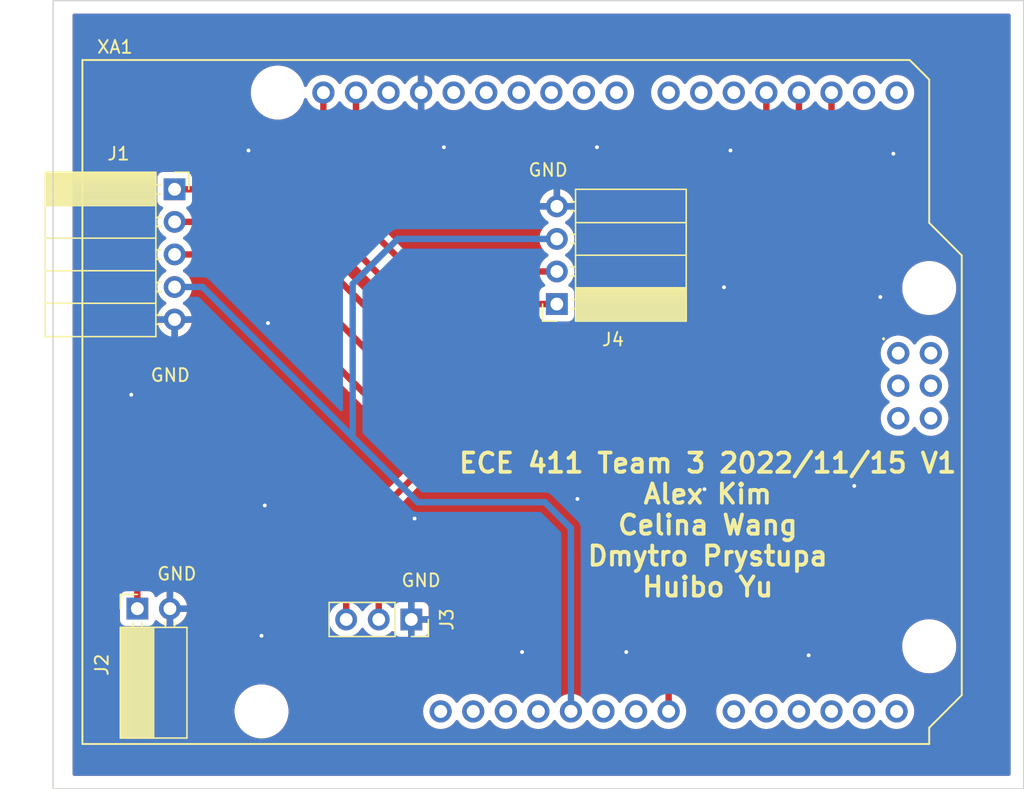
<source format=kicad_pcb>
(kicad_pcb (version 20211014) (generator pcbnew)
  (layers (0 "F.Cu" signal) (31 "B.Cu" signal) (34 "B.Paste" user) (35 "F.Paste" user) (36 "B.SilkS" user "B.Silkscreen") (37 "F.SilkS" user "F.Silkscreen") (38 "B.Mask" user) (39 "F.Mask" user) (44 "Edge.Cuts" user))
  (net 0 "")
  (net 1 "GND")
  (net 2 "Net-(J1-Pad4)")
  (net 3 "Net-(J1-Pad1)")
  (net 4 "Net-(J1-Pad2)")
  (net 5 "Net-(J1-Pad3)")
  (net 6 "Net-(J2-Pad1)")
  (net 36 "Net-(J3-Pad2)")
  (net 37 "Net-(J4-Pad1)")
  (net 38 "Net-(J4-Pad2)")
  (footprint "Connector_PinSocket_2.54mm:PinSocket_1x05_P2.54mm_Horizontal" (layer "F.Cu") (at 115.652 68.052)
    (fp_text reference "J1" (at -4.38 -2.77) (layer "F.SilkS"))
    (fp_text value "Rotary Encoder")
    (fp_line (start -10.09 0.67952) (end -1.46 0.67952) (layer "F.SilkS") (width 0.12))
    (fp_line (start 1.11 -1.33) (end 1.11 0) (layer "F.SilkS") (width 0.12))
    (fp_line (start -1.46 9.8) (end -1.05 9.8) (layer "F.SilkS") (width 0.12))
    (fp_line (start -10.09 0.20714) (end -1.46 0.20714) (layer "F.SilkS") (width 0.12))
    (fp_line (start -10.09 -1.33) (end -10.09 11.49) (layer "F.SilkS") (width 0.12))
    (fp_line (start -10.09 -0.147145) (end -1.46 -0.147145) (layer "F.SilkS") (width 0.12))
    (fp_line (start -10.09 6.35) (end -1.46 6.35) (layer "F.SilkS") (width 0.12))
    (fp_line (start -1.46 7.26) (end -1.05 7.26) (layer "F.SilkS") (width 0.12))
    (fp_line (start -10.09 -0.02905) (end -1.46 -0.02905) (layer "F.SilkS") (width 0.12))
    (fp_line (start -1.46 2.18) (end -1.05 2.18) (layer "F.SilkS") (width 0.12))
    (fp_line (start -10.09 1.1519) (end -1.46 1.1519) (layer "F.SilkS") (width 0.12))
    (fp_line (start 0 -1.33) (end 1.11 -1.33) (layer "F.SilkS") (width 0.12))
    (fp_line (start -10.09 0.325235) (end -1.46 0.325235) (layer "F.SilkS") (width 0.12))
    (fp_line (start -10.09 -1.33) (end -1.46 -1.33) (layer "F.SilkS") (width 0.12))
    (fp_line (start -10.09 -1.091905) (end -1.46 -1.091905) (layer "F.SilkS") (width 0.12))
    (fp_line (start -10.09 1.033805) (end -1.46 1.033805) (layer "F.SilkS") (width 0.12))
    (fp_line (start -10.09 3.81) (end -1.46 3.81) (layer "F.SilkS") (width 0.12))
    (fp_line (start -1.46 4.72) (end -1.05 4.72) (layer "F.SilkS") (width 0.12))
    (fp_line (start -1.46 10.52) (end -1.05 10.52) (layer "F.SilkS") (width 0.12))
    (fp_line (start -1.46 2.9) (end -1.05 2.9) (layer "F.SilkS") (width 0.12))
    (fp_line (start -10.09 0.44333) (end -1.46 0.44333) (layer "F.SilkS") (width 0.12))
    (fp_line (start -10.09 8.89) (end -1.46 8.89) (layer "F.SilkS") (width 0.12))
    (fp_line (start -10.09 -0.73762) (end -1.46 -0.73762) (layer "F.SilkS") (width 0.12))
    (fp_line (start -10.09 -0.26524) (end -1.46 -0.26524) (layer "F.SilkS") (width 0.12))
    (fp_line (start -10.09 0.089045) (end -1.46 0.089045) (layer "F.SilkS") (width 0.12))
    (fp_line (start -10.09 -0.383335) (end -1.46 -0.383335) (layer "F.SilkS") (width 0.12))
    (fp_line (start -1.46 -0.36) (end -1.11 -0.36) (layer "F.SilkS") (width 0.12))
    (fp_line (start -10.09 1.27) (end -1.46 1.27) (layer "F.SilkS") (width 0.12))
    (fp_line (start -1.46 -1.33) (end -1.46 11.49) (layer "F.SilkS") (width 0.12))
    (fp_line (start -10.09 -1.21) (end -1.46 -1.21) (layer "F.SilkS") (width 0.12))
    (fp_line (start -1.46 0.36) (end -1.11 0.36) (layer "F.SilkS") (width 0.12))
    (fp_line (start -1.46 7.98) (end -1.05 7.98) (layer "F.SilkS") (width 0.12))
    (fp_line (start -10.09 -0.50143) (end -1.46 -0.50143) (layer "F.SilkS") (width 0.12))
    (fp_line (start -10.09 -0.97381) (end -1.46 -0.97381) (layer "F.SilkS") (width 0.12))
    (fp_line (start -1.46 5.44) (end -1.05 5.44) (layer "F.SilkS") (width 0.12))
    (fp_line (start -10.09 -0.619525) (end -1.46 -0.619525) (layer "F.SilkS") (width 0.12))
    (fp_line (start -10.09 0.561425) (end -1.46 0.561425) (layer "F.SilkS") (width 0.12))
    (fp_line (start -10.09 11.49) (end -1.46 11.49) (layer "F.SilkS") (width 0.12))
    (fp_line (start -10.09 -0.855715) (end -1.46 -0.855715) (layer "F.SilkS") (width 0.12))
    (fp_line (start -10.09 0.797615) (end -1.46 0.797615) (layer "F.SilkS") (width 0.12))
    (fp_line (start -10.09 0.91571) (end -1.46 0.91571) (layer "F.SilkS") (width 0.12))
    (pad "1" thru_hole rect (at 0 0) (size 1.7 1.7) (drill 1) (layers *.Cu *.Mask) (net 3 "Net-(J1-Pad1)"))
    (pad "2" thru_hole oval (at 0 2.54) (size 1.7 1.7) (drill 1) (layers *.Cu *.Mask) (net 4 "Net-(J1-Pad2)"))
    (pad "3" thru_hole oval (at 0 5.08) (size 1.7 1.7) (drill 1) (layers *.Cu *.Mask) (net 5 "Net-(J1-Pad3)"))
    (pad "4" thru_hole oval (at 0 7.62) (size 1.7 1.7) (drill 1) (layers *.Cu *.Mask) (net 2 "Net-(J1-Pad4)"))
    (pad "5" thru_hole oval (at 0 10.16) (size 1.7 1.7) (drill 1) (layers *.Cu *.Mask) (net 1 "GND"))
  )
  (footprint "Connector_PinSocket_2.54mm:PinSocket_1x04_P2.54mm_Horizontal" (layer "F.Cu") (at 145.46 77.002 180)
    (fp_text reference "J4" (at -4.38 -2.77) (layer "F.SilkS"))
    (fp_text value "LCD_I2C")
    (fp_line (start -10.09 1.27) (end -1.46 1.27) (layer "F.SilkS") (width 0.12))
    (fp_line (start -10.09 0.67952) (end -1.46 0.67952) (layer "F.SilkS") (width 0.12))
    (fp_line (start -10.09 -0.26524) (end -1.46 -0.26524) (layer "F.SilkS") (width 0.12))
    (fp_line (start -10.09 0.089045) (end -1.46 0.089045) (layer "F.SilkS") (width 0.12))
    (fp_line (start -10.09 1.1519) (end -1.46 1.1519) (layer "F.SilkS") (width 0.12))
    (fp_line (start -1.46 7.26) (end -1.05 7.26) (layer "F.SilkS") (width 0.12))
    (fp_line (start -10.09 -0.619525) (end -1.46 -0.619525) (layer "F.SilkS") (width 0.12))
    (fp_line (start -10.09 0.91571) (end -1.46 0.91571) (layer "F.SilkS") (width 0.12))
    (fp_line (start -10.09 -1.33) (end -10.09 8.95) (layer "F.SilkS") (width 0.12))
    (fp_line (start -10.09 1.033805) (end -1.46 1.033805) (layer "F.SilkS") (width 0.12))
    (fp_line (start -1.46 2.18) (end -1.05 2.18) (layer "F.SilkS") (width 0.12))
    (fp_line (start -1.46 7.98) (end -1.05 7.98) (layer "F.SilkS") (width 0.12))
    (fp_line (start -1.46 -1.33) (end -1.46 8.95) (layer "F.SilkS") (width 0.12))
    (fp_line (start -10.09 -0.50143) (end -1.46 -0.50143) (layer "F.SilkS") (width 0.12))
    (fp_line (start -10.09 0.20714) (end -1.46 0.20714) (layer "F.SilkS") (width 0.12))
    (fp_line (start -10.09 -0.02905) (end -1.46 -0.02905) (layer "F.SilkS") (width 0.12))
    (fp_line (start -1.46 -0.36) (end -1.11 -0.36) (layer "F.SilkS") (width 0.12))
    (fp_line (start -1.46 0.36) (end -1.11 0.36) (layer "F.SilkS") (width 0.12))
    (fp_line (start -1.46 4.72) (end -1.05 4.72) (layer "F.SilkS") (width 0.12))
    (fp_line (start -10.09 -0.383335) (end -1.46 -0.383335) (layer "F.SilkS") (width 0.12))
    (fp_line (start -10.09 -0.73762) (end -1.46 -0.73762) (layer "F.SilkS") (width 0.12))
    (fp_line (start -1.46 5.44) (end -1.05 5.44) (layer "F.SilkS") (width 0.12))
    (fp_line (start 0 -1.33) (end 1.11 -1.33) (layer "F.SilkS") (width 0.12))
    (fp_line (start -10.09 0.797615) (end -1.46 0.797615) (layer "F.SilkS") (width 0.12))
    (fp_line (start -10.09 6.35) (end -1.46 6.35) (layer "F.SilkS") (width 0.12))
    (fp_line (start -10.09 -0.855715) (end -1.46 -0.855715) (layer "F.SilkS") (width 0.12))
    (fp_line (start -1.46 2.9) (end -1.05 2.9) (layer "F.SilkS") (width 0.12))
    (fp_line (start -10.09 -1.33) (end -1.46 -1.33) (layer "F.SilkS") (width 0.12))
    (fp_line (start -10.09 8.95) (end -1.46 8.95) (layer "F.SilkS") (width 0.12))
    (fp_line (start -10.09 -0.147145) (end -1.46 -0.147145) (layer "F.SilkS") (width 0.12))
    (fp_line (start -10.09 0.561425) (end -1.46 0.561425) (layer "F.SilkS") (width 0.12))
    (fp_line (start -10.09 -0.97381) (end -1.46 -0.97381) (layer "F.SilkS") (width 0.12))
    (fp_line (start -10.09 3.81) (end -1.46 3.81) (layer "F.SilkS") (width 0.12))
    (fp_line (start -10.09 -1.21) (end -1.46 -1.21) (layer "F.SilkS") (width 0.12))
    (fp_line (start 1.11 -1.33) (end 1.11 0) (layer "F.SilkS") (width 0.12))
    (fp_line (start -10.09 0.325235) (end -1.46 0.325235) (layer "F.SilkS") (width 0.12))
    (fp_line (start -10.09 -1.091905) (end -1.46 -1.091905) (layer "F.SilkS") (width 0.12))
    (fp_line (start -10.09 0.44333) (end -1.46 0.44333) (layer "F.SilkS") (width 0.12))
    (pad "1" thru_hole rect (at 0 0 180) (size 1.7 1.7) (drill 1) (layers *.Cu *.Mask) (net 37 "Net-(J4-Pad1)"))
    (pad "2" thru_hole oval (at 0 2.54 180) (size 1.7 1.7) (drill 1) (layers *.Cu *.Mask) (net 38 "Net-(J4-Pad2)"))
    (pad "3" thru_hole oval (at 0 5.08 180) (size 1.7 1.7) (drill 1) (layers *.Cu *.Mask) (net 2 "Net-(J1-Pad4)"))
    (pad "4" thru_hole oval (at 0 7.62 180) (size 1.7 1.7) (drill 1) (layers *.Cu *.Mask) (net 1 "GND"))
  )
  (footprint "Connector_PinSocket_2.54mm:PinSocket_1x03_P2.54mm_Vertical" (layer "F.Cu") (at 134.112 101.6 -90)
    (fp_text reference "J3" (at 0 -2.77 90) (layer "F.SilkS"))
    (fp_text value "Switch")
    (fp_line (start 0 -1.33) (end 1.33 -1.33) (layer "F.SilkS") (width 0.12))
    (fp_line (start 1.33 -1.33) (end 1.33 0) (layer "F.SilkS") (width 0.12))
    (fp_line (start -1.33 1.27) (end 1.33 1.27) (layer "F.SilkS") (width 0.12))
    (fp_line (start 1.33 1.27) (end 1.33 6.41) (layer "F.SilkS") (width 0.12))
    (fp_line (start -1.33 6.41) (end 1.33 6.41) (layer "F.SilkS") (width 0.12))
    (fp_line (start -1.33 1.27) (end -1.33 6.41) (layer "F.SilkS") (width 0.12))
    (pad "1" thru_hole rect (at 0 0 270) (size 1.7 1.7) (drill 1) (layers *.Cu *.Mask) (net 1 "GND"))
    (pad "2" thru_hole oval (at 0 2.54 270) (size 1.7 1.7) (drill 1) (layers *.Cu *.Mask) (net 36 "Net-(J3-Pad2)"))
    (pad "3" thru_hole oval (at 0 5.08 270) (size 1.7 1.7) (drill 1) (layers *.Cu *.Mask) (net 6 "Net-(J2-Pad1)"))
  )
  (footprint "Connector_PinSocket_2.54mm:PinSocket_1x02_P2.54mm_Horizontal" (layer "F.Cu") (at 112.746 100.756 90)
    (fp_text reference "J2" (at -4.38 -2.77 90) (layer "F.SilkS"))
    (fp_text value "Power")
    (fp_line (start -10.09 -0.97381) (end -1.46 -0.97381) (layer "F.SilkS") (width 0.12))
    (fp_line (start -10.09 0.20714) (end -1.46 0.20714) (layer "F.SilkS") (width 0.12))
    (fp_line (start -10.09 -1.33) (end -10.09 3.87) (layer "F.SilkS") (width 0.12))
    (fp_line (start -1.46 -1.33) (end -1.46 3.87) (layer "F.SilkS") (width 0.12))
    (fp_line (start -10.09 0.797615) (end -1.46 0.797615) (layer "F.SilkS") (width 0.12))
    (fp_line (start -1.46 2.9) (end -1.05 2.9) (layer "F.SilkS") (width 0.12))
    (fp_line (start -10.09 -0.02905) (end -1.46 -0.02905) (layer "F.SilkS") (width 0.12))
    (fp_line (start -10.09 0.67952) (end -1.46 0.67952) (layer "F.SilkS") (width 0.12))
    (fp_line (start -10.09 -0.147145) (end -1.46 -0.147145) (layer "F.SilkS") (width 0.12))
    (fp_line (start -10.09 0.561425) (end -1.46 0.561425) (layer "F.SilkS") (width 0.12))
    (fp_line (start -10.09 1.033805) (end -1.46 1.033805) (layer "F.SilkS") (width 0.12))
    (fp_line (start -10.09 -0.26524) (end -1.46 -0.26524) (layer "F.SilkS") (width 0.12))
    (fp_line (start -10.09 3.87) (end -1.46 3.87) (layer "F.SilkS") (width 0.12))
    (fp_line (start -10.09 0.089045) (end -1.46 0.089045) (layer "F.SilkS") (width 0.12))
    (fp_line (start -1.46 -0.36) (end -1.11 -0.36) (layer "F.SilkS") (width 0.12))
    (fp_line (start -10.09 1.1519) (end -1.46 1.1519) (layer "F.SilkS") (width 0.12))
    (fp_line (start -10.09 -1.33) (end -1.46 -1.33) (layer "F.SilkS") (width 0.12))
    (fp_line (start -10.09 -0.383335) (end -1.46 -0.383335) (layer "F.SilkS") (width 0.12))
    (fp_line (start -1.46 2.18) (end -1.05 2.18) (layer "F.SilkS") (width 0.12))
    (fp_line (start -10.09 -0.73762) (end -1.46 -0.73762) (layer "F.SilkS") (width 0.12))
    (fp_line (start -10.09 1.27) (end -1.46 1.27) (layer "F.SilkS") (width 0.12))
    (fp_line (start -10.09 -0.855715) (end -1.46 -0.855715) (layer "F.SilkS") (width 0.12))
    (fp_line (start 1.11 -1.33) (end 1.11 0) (layer "F.SilkS") (width 0.12))
    (fp_line (start -10.09 0.44333) (end -1.46 0.44333) (layer "F.SilkS") (width 0.12))
    (fp_line (start -10.09 0.91571) (end -1.46 0.91571) (layer "F.SilkS") (width 0.12))
    (fp_line (start -10.09 -1.21) (end -1.46 -1.21) (layer "F.SilkS") (width 0.12))
    (fp_line (start 0 -1.33) (end 1.11 -1.33) (layer "F.SilkS") (width 0.12))
    (fp_line (start -10.09 -1.091905) (end -1.46 -1.091905) (layer "F.SilkS") (width 0.12))
    (fp_line (start -10.09 -0.619525) (end -1.46 -0.619525) (layer "F.SilkS") (width 0.12))
    (fp_line (start -1.46 0.36) (end -1.11 0.36) (layer "F.SilkS") (width 0.12))
    (fp_line (start -10.09 0.325235) (end -1.46 0.325235) (layer "F.SilkS") (width 0.12))
    (fp_line (start -10.09 -0.50143) (end -1.46 -0.50143) (layer "F.SilkS") (width 0.12))
    (pad "1" thru_hole rect (at 0 0 90) (size 1.7 1.7) (drill 1) (layers *.Cu *.Mask) (net 6 "Net-(J2-Pad1)"))
    (pad "2" thru_hole oval (at 0 2.54 90) (size 1.7 1.7) (drill 1) (layers *.Cu *.Mask) (net 1 "GND"))
  )
  (footprint "Arduino:Arduino_Uno_Shield" (layer "F.Cu") (at 108.46 111.31)
    (fp_text reference "XA1" (at 2.54 -54.356) (layer "F.SilkS"))
    (fp_text value "Arduino_Uno_Shield")
    (fp_text user "." (at 62.484 -32.004) (layer "F.SilkS"))
    (fp_line (start 0 0) (end 66.04 0) (layer "F.SilkS") (width 0.15))
    (fp_line (start 0 -53.34) (end 0 0) (layer "F.SilkS") (width 0.15))
    (fp_line (start 66.04 -1.27) (end 68.58 -3.81) (layer "F.SilkS") (width 0.15))
    (fp_line (start 0 -53.34) (end 64.516 -53.34) (layer "F.SilkS") (width 0.15))
    (fp_line (start 64.516 -53.34) (end 66.04 -51.816) (layer "F.SilkS") (width 0.15))
    (fp_line (start 68.58 -3.81) (end 68.58 -38.1) (layer "F.SilkS") (width 0.15))
    (fp_line (start 66.04 -40.64) (end 66.04 -51.816) (layer "F.SilkS") (width 0.15))
    (fp_line (start 68.58 -38.1) (end 66.04 -40.64) (layer "F.SilkS") (width 0.15))
    (fp_line (start 66.04 0) (end 66.04 -1.27) (layer "F.SilkS") (width 0.15))
    (pad "" np_thru_hole circle (at 13.97 -2.54) (size 3.2 3.2) (drill 3.2) (layers *.Cu *.Mask))
    (pad "" np_thru_hole circle (at 66.04 -7.62) (size 3.2 3.2) (drill 3.2) (layers *.Cu *.Mask))
    (pad "" np_thru_hole circle (at 15.24 -50.8) (size 3.2 3.2) (drill 3.2) (layers *.Cu *.Mask))
    (pad "" np_thru_hole circle (at 66.04 -35.56) (size 3.2 3.2) (drill 3.2) (layers *.Cu *.Mask))
    (pad "" thru_hole oval (at 27.94 -2.54) (size 1.7272 1.7272) (drill 1.016) (layers *.Cu *.Mask))
    (pad "3V3" thru_hole oval (at 35.56 -2.54) (size 1.7272 1.7272) (drill 1.016) (layers *.Cu *.Mask))
    (pad "5V1" thru_hole oval (at 38.1 -2.54) (size 1.7272 1.7272) (drill 1.016) (layers *.Cu *.Mask) (net 2 "Net-(J1-Pad4)"))
    (pad "5V2" thru_hole oval (at 66.167 -30.48) (size 1.7272 1.7272) (drill 1.016) (layers *.Cu *.Mask))
    (pad "A0" thru_hole oval (at 50.8 -2.54) (size 1.7272 1.7272) (drill 1.016) (layers *.Cu *.Mask))
    (pad "A1" thru_hole oval (at 53.34 -2.54) (size 1.7272 1.7272) (drill 1.016) (layers *.Cu *.Mask))
    (pad "A2" thru_hole oval (at 55.88 -2.54) (size 1.7272 1.7272) (drill 1.016) (layers *.Cu *.Mask))
    (pad "A3" thru_hole oval (at 58.42 -2.54) (size 1.7272 1.7272) (drill 1.016) (layers *.Cu *.Mask))
    (pad "A4" thru_hole oval (at 60.96 -2.54) (size 1.7272 1.7272) (drill 1.016) (layers *.Cu *.Mask))
    (pad "A5" thru_hole oval (at 63.5 -2.54) (size 1.7272 1.7272) (drill 1.016) (layers *.Cu *.Mask))
    (pad "AREF" thru_hole oval (at 23.876 -50.8) (size 1.7272 1.7272) (drill 1.016) (layers *.Cu *.Mask))
    (pad "D0" thru_hole oval (at 63.5 -50.8) (size 1.7272 1.7272) (drill 1.016) (layers *.Cu *.Mask))
    (pad "D1" thru_hole oval (at 60.96 -50.8) (size 1.7272 1.7272) (drill 1.016) (layers *.Cu *.Mask))
    (pad "D2" thru_hole oval (at 58.42 -50.8) (size 1.7272 1.7272) (drill 1.016) (layers *.Cu *.Mask) (net 5 "Net-(J1-Pad3)"))
    (pad "D3" thru_hole oval (at 55.88 -50.8) (size 1.7272 1.7272) (drill 1.016) (layers *.Cu *.Mask) (net 4 "Net-(J1-Pad2)"))
    (pad "D4" thru_hole oval (at 53.34 -50.8) (size 1.7272 1.7272) (drill 1.016) (layers *.Cu *.Mask) (net 3 "Net-(J1-Pad1)"))
    (pad "D5" thru_hole oval (at 50.8 -50.8) (size 1.7272 1.7272) (drill 1.016) (layers *.Cu *.Mask))
    (pad "D6" thru_hole oval (at 48.26 -50.8) (size 1.7272 1.7272) (drill 1.016) (layers *.Cu *.Mask))
    (pad "D7" thru_hole oval (at 45.72 -50.8) (size 1.7272 1.7272) (drill 1.016) (layers *.Cu *.Mask))
    (pad "D8" thru_hole oval (at 41.656 -50.8) (size 1.7272 1.7272) (drill 1.016) (layers *.Cu *.Mask))
    (pad "D9" thru_hole oval (at 39.116 -50.8) (size 1.7272 1.7272) (drill 1.016) (layers *.Cu *.Mask))
    (pad "D10" thru_hole oval (at 36.576 -50.8) (size 1.7272 1.7272) (drill 1.016) (layers *.Cu *.Mask))
    (pad "D11" thru_hole oval (at 34.036 -50.8) (size 1.7272 1.7272) (drill 1.016) (layers *.Cu *.Mask))
    (pad "D12" thru_hole oval (at 31.496 -50.8) (size 1.7272 1.7272) (drill 1.016) (layers *.Cu *.Mask))
    (pad "D13" thru_hole oval (at 28.956 -50.8) (size 1.7272 1.7272) (drill 1.016) (layers *.Cu *.Mask))
    (pad "GND1" thru_hole oval (at 26.416 -50.8) (size 1.7272 1.7272) (drill 1.016) (layers *.Cu *.Mask) (net 1 "GND"))
    (pad "GND2" thru_hole oval (at 40.64 -2.54) (size 1.7272 1.7272) (drill 1.016) (layers *.Cu *.Mask))
    (pad "GND3" thru_hole oval (at 43.18 -2.54) (size 1.7272 1.7272) (drill 1.016) (layers *.Cu *.Mask))
    (pad "GND4" thru_hole oval (at 66.167 -25.4) (size 1.7272 1.7272) (drill 1.016) (layers *.Cu *.Mask))
    (pad "IORF" thru_hole oval (at 30.48 -2.54) (size 1.7272 1.7272) (drill 1.016) (layers *.Cu *.Mask))
    (pad "MISO" thru_hole oval (at 63.627 -30.48) (size 1.7272 1.7272) (drill 1.016) (layers *.Cu *.Mask))
    (pad "MOSI" thru_hole oval (at 66.167 -27.94) (size 1.7272 1.7272) (drill 1.016) (layers *.Cu *.Mask))
    (pad "RST1" thru_hole oval (at 33.02 -2.54) (size 1.7272 1.7272) (drill 1.016) (layers *.Cu *.Mask))
    (pad "RST2" thru_hole oval (at 63.627 -25.4) (size 1.7272 1.7272) (drill 1.016) (layers *.Cu *.Mask))
    (pad "SCK" thru_hole oval (at 63.627 -27.94) (size 1.7272 1.7272) (drill 1.016) (layers *.Cu *.Mask))
    (pad "SCL" thru_hole oval (at 18.796 -50.8) (size 1.7272 1.7272) (drill 1.016) (layers *.Cu *.Mask) (net 37 "Net-(J4-Pad1)"))
    (pad "SDA" thru_hole oval (at 21.336 -50.8) (size 1.7272 1.7272) (drill 1.016) (layers *.Cu *.Mask) (net 38 "Net-(J4-Pad2)"))
    (pad "VIN" thru_hole oval (at 45.72 -2.54) (size 1.7272 1.7272) (drill 1.016) (layers *.Cu *.Mask) (net 36 "Net-(J3-Pad2)"))
  )
  (gr_rect (start 106.172 53.34) (end 181.864 114.808) (layer "Edge.Cuts") (width 0.1) (fill none))
  (gr_text "GND" (at 115.316 82.55) (layer "F.SilkS") (effects (font (size 1 1))))
  (gr_text "GND" (at 144.78 66.548) (layer "F.SilkS") (effects (font (size 1 1))))
  (gr_text "GND" (at 115.824 98.044) (layer "F.SilkS") (effects (font (size 1 1))))
  (gr_text "ECE 411 Team 3 2022/11/15 V1\nAlex Kim\nCelina Wang\nDmytro Prystupa\nHuibo Yu" (at 157.226 94.234) (layer "F.SilkS") (effects (font (size 1.5 1.5) (thickness 0.3))))
  (gr_text "GND" (at 134.874 98.552) (layer "F.SilkS") (effects (font (size 1 1))))
  (via (at 122.428 102.87) (size 0.7) (drill 0.3) (layers "F.Cu" "B.Cu") (net 1))
  (via (at 159.004 65.024) (size 0.7) (drill 0.3) (layers "F.Cu" "B.Cu") (net 1))
  (via (at 122.936 78.486) (size 0.7) (drill 0.3) (layers "F.Cu" "B.Cu") (net 1))
  (via (at 158.496 75.692) (size 0.7) (drill 0.3) (layers "F.Cu" "B.Cu") (net 1))
  (via (at 168.656 91.186) (size 0.7) (drill 0.3) (layers "F.Cu" "B.Cu") (net 1))
  (via (at 171.704 65.278) (size 0.7) (drill 0.3) (layers "F.Cu" "B.Cu") (net 1))
  (via (at 142.748 104.14) (size 0.7) (drill 0.3) (layers "F.Cu" "B.Cu") (net 1))
  (via (at 134.366 93.726) (size 0.7) (drill 0.3) (layers "F.Cu" "B.Cu") (net 1))
  (via (at 147.066 92.202) (size 0.7) (drill 0.3) (layers "F.Cu" "B.Cu") (net 1))
  (via (at 112.268 84.074) (size 0.7) (drill 0.3) (layers "F.Cu" "B.Cu") (net 1))
  (via (at 170.688 76.454) (size 0.7) (drill 0.3) (layers "F.Cu" "B.Cu") (net 1))
  (via (at 150.876 104.14) (size 0.7) (drill 0.3) (layers "F.Cu" "B.Cu") (net 1))
  (via (at 165.1 104.394) (size 0.7) (drill 0.3) (layers "F.Cu" "B.Cu") (net 1))
  (via (at 136.652 64.77) (size 0.7) (drill 0.3) (layers "F.Cu" "B.Cu") (net 1))
  (via (at 156.972 91.44) (size 0.7) (drill 0.3) (layers "F.Cu" "B.Cu") (net 1))
  (via (at 122.682 92.71) (size 0.7) (drill 0.3) (layers "F.Cu" "B.Cu") (net 1))
  (via (at 148.59 64.77) (size 0.7) (drill 0.3) (layers "F.Cu" "B.Cu") (net 1))
  (via (at 121.412 65.024) (size 0.7) (drill 0.3) (layers "F.Cu" "B.Cu") (net 1))
  (segment (start 146.558 96.52) (end 146.56 96.522) (width 0.5) (layer "B.Cu") (net 2))
  (segment (start 117.836 75.672) (end 115.652 75.672) (width 0.5) (layer "B.Cu") (net 2))
  (segment (start 129.54 75.438) (end 133.056 71.922) (width 0.5) (layer "B.Cu") (net 2))
  (segment (start 133.056 71.922) (end 145.46 71.922) (width 0.5) (layer "B.Cu") (net 2))
  (segment (start 129.54 87.376) (end 117.836 75.672) (width 0.5) (layer "B.Cu") (net 2))
  (segment (start 146.558 94.488) (end 146.558 96.52) (width 0.5) (layer "B.Cu") (net 2))
  (segment (start 144.526 92.456) (end 146.558 94.488) (width 0.5) (layer "B.Cu") (net 2))
  (segment (start 146.56 96.522) (end 146.56 108.77) (width 0.5) (layer "B.Cu") (net 2))
  (segment (start 129.54 87.376) (end 129.54 75.438) (width 0.5) (layer "B.Cu") (net 2))
  (segment (start 129.54 87.376) (end 134.62 92.456) (width 0.5) (layer "B.Cu") (net 2))
  (segment (start 134.62 92.456) (end 144.526 92.456) (width 0.5) (layer "B.Cu") (net 2))
  (segment (start 121.392 68.052) (end 134.366 81.026) (width 0.5) (layer "F.Cu") (net 3))
  (segment (start 161.8 60.51) (end 161.8 76.202) (width 0.5) (layer "F.Cu") (net 3))
  (segment (start 157.226 81.026) (end 161.8 76.452) (width 0.5) (layer "F.Cu") (net 3))
  (segment (start 134.366 81.026) (end 157.226 81.026) (width 0.5) (layer "F.Cu") (net 3))
  (segment (start 161.8 76.452) (end 161.8 76.202) (width 0.5) (layer "F.Cu") (net 3))
  (segment (start 115.652 68.052) (end 121.392 68.052) (width 0.5) (layer "F.Cu") (net 3))
  (segment (start 157.48 83.82) (end 164.34 76.96) (width 0.5) (layer "F.Cu") (net 4))
  (segment (start 133.858 83.82) (end 157.48 83.82) (width 0.5) (layer "F.Cu") (net 4))
  (segment (start 120.63 70.592) (end 133.858 83.82) (width 0.5) (layer "F.Cu") (net 4))
  (segment (start 164.34 76.96) (end 164.34 60.51) (width 0.5) (layer "F.Cu") (net 4))
  (segment (start 115.652 70.592) (end 120.63 70.592) (width 0.5) (layer "F.Cu") (net 4))
  (segment (start 119.614 73.132) (end 133.35 86.868) (width 0.5) (layer "F.Cu") (net 5))
  (segment (start 157.734 86.868) (end 166.88 77.722) (width 0.5) (layer "F.Cu") (net 5))
  (segment (start 133.35 86.868) (end 157.734 86.868) (width 0.5) (layer "F.Cu") (net 5))
  (segment (start 166.88 77.722) (end 166.88 60.51) (width 0.5) (layer "F.Cu") (net 5))
  (segment (start 115.652 73.132) (end 119.614 73.132) (width 0.5) (layer "F.Cu") (net 5))
  (segment (start 112.746 100.756) (end 112.746 97.82) (width 0.5) (layer "F.Cu") (net 6))
  (segment (start 112.746 97.82) (end 114.554 96.012) (width 0.5) (layer "F.Cu") (net 6))
  (segment (start 127 96.012) (end 129.032 98.044) (width 0.5) (layer "F.Cu") (net 6))
  (segment (start 114.554 96.012) (end 127 96.012) (width 0.5) (layer "F.Cu") (net 6))
  (segment (start 129.032 98.044) (end 129.032 101.6) (width 0.5) (layer "F.Cu") (net 6))
  (segment (start 151.13 90.17) (end 154.18 93.22) (width 0.5) (layer "F.Cu") (net 36))
  (segment (start 131.572 93.218) (end 134.62 90.17) (width 0.5) (layer "F.Cu") (net 36))
  (segment (start 154.18 93.22) (end 154.18 100.332) (width 0.5) (layer "F.Cu") (net 36))
  (segment (start 134.62 90.17) (end 151.13 90.17) (width 0.5) (layer "F.Cu") (net 36))
  (segment (start 154.18 100.332) (end 154.18 108.77) (width 0.5) (layer "F.Cu") (net 36))
  (segment (start 131.572 101.6) (end 131.572 93.218) (width 0.5) (layer "F.Cu") (net 36))
  (segment (start 127.254 70.358) (end 127.256 70.356) (width 0.5) (layer "F.Cu") (net 37))
  (segment (start 133.898 77.002) (end 127.254 70.358) (width 0.5) (layer "F.Cu") (net 37))
  (segment (start 145.46 77.002) (end 133.898 77.002) (width 0.5) (layer "F.Cu") (net 37))
  (segment (start 127.256 70.356) (end 127.256 60.51) (width 0.5) (layer "F.Cu") (net 37))
  (segment (start 129.796 69.34) (end 129.796 60.51) (width 0.5) (layer "F.Cu") (net 38))
  (segment (start 145.46 74.462) (end 134.152 74.462) (width 0.5) (layer "F.Cu") (net 38))
  (segment (start 129.794 69.342) (end 129.796 69.34) (width 0.5) (layer "F.Cu") (net 38))
  (segment (start 134.152 74.462) (end 129.794 70.104) (width 0.5) (layer "F.Cu") (net 38))
  (segment (start 129.794 70.104) (end 129.794 69.342) (width 0.5) (layer "F.Cu") (net 38))
  (zone (net 1) (net_name "GND") (layers F&B.Cu) (connect_pads (clearance 0.508)) (min_thickness 0.254) (fill yes (thermal_gap 0.508) (thermal_bridge_width 0.508))
    (polygon (pts (xy 180.848 113.792) (xy 107.696 113.792) (xy 107.696 54.356) (xy 180.848 54.356)))
  )
)
</source>
